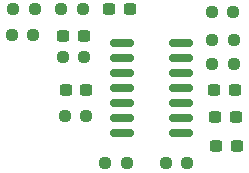
<source format=gbr>
%TF.GenerationSoftware,KiCad,Pcbnew,(6.0.4-0)*%
%TF.CreationDate,2022-05-03T23:28:53-04:00*%
%TF.ProjectId,antennaamp,616e7465-6e6e-4616-916d-702e6b696361,rev?*%
%TF.SameCoordinates,Original*%
%TF.FileFunction,Paste,Top*%
%TF.FilePolarity,Positive*%
%FSLAX46Y46*%
G04 Gerber Fmt 4.6, Leading zero omitted, Abs format (unit mm)*
G04 Created by KiCad (PCBNEW (6.0.4-0)) date 2022-05-03 23:28:53*
%MOMM*%
%LPD*%
G01*
G04 APERTURE LIST*
G04 Aperture macros list*
%AMRoundRect*
0 Rectangle with rounded corners*
0 $1 Rounding radius*
0 $2 $3 $4 $5 $6 $7 $8 $9 X,Y pos of 4 corners*
0 Add a 4 corners polygon primitive as box body*
4,1,4,$2,$3,$4,$5,$6,$7,$8,$9,$2,$3,0*
0 Add four circle primitives for the rounded corners*
1,1,$1+$1,$2,$3*
1,1,$1+$1,$4,$5*
1,1,$1+$1,$6,$7*
1,1,$1+$1,$8,$9*
0 Add four rect primitives between the rounded corners*
20,1,$1+$1,$2,$3,$4,$5,0*
20,1,$1+$1,$4,$5,$6,$7,0*
20,1,$1+$1,$6,$7,$8,$9,0*
20,1,$1+$1,$8,$9,$2,$3,0*%
G04 Aperture macros list end*
%ADD10RoundRect,0.237500X0.250000X0.237500X-0.250000X0.237500X-0.250000X-0.237500X0.250000X-0.237500X0*%
%ADD11RoundRect,0.150000X-0.825000X-0.150000X0.825000X-0.150000X0.825000X0.150000X-0.825000X0.150000X0*%
%ADD12RoundRect,0.237500X-0.250000X-0.237500X0.250000X-0.237500X0.250000X0.237500X-0.250000X0.237500X0*%
%ADD13RoundRect,0.237500X-0.300000X-0.237500X0.300000X-0.237500X0.300000X0.237500X-0.300000X0.237500X0*%
%ADD14RoundRect,0.237500X0.300000X0.237500X-0.300000X0.237500X-0.300000X-0.237500X0.300000X-0.237500X0*%
G04 APERTURE END LIST*
D10*
%TO.C,R1*%
X68112500Y-58025000D03*
X66287500Y-58025000D03*
%TD*%
D11*
%TO.C,U1*%
X75650000Y-58640000D03*
X75650000Y-59910000D03*
X75650000Y-61180000D03*
X75650000Y-62450000D03*
X75650000Y-63720000D03*
X75650000Y-64990000D03*
X75650000Y-66260000D03*
X80600000Y-66260000D03*
X80600000Y-64990000D03*
X80600000Y-63720000D03*
X80600000Y-62450000D03*
X80600000Y-61180000D03*
X80600000Y-59910000D03*
X80600000Y-58640000D03*
%TD*%
D12*
%TO.C,R10*%
X83287500Y-58400000D03*
X85112500Y-58400000D03*
%TD*%
%TO.C,R9*%
X83287500Y-60425000D03*
X85112500Y-60425000D03*
%TD*%
%TO.C,R8*%
X83237500Y-56050000D03*
X85062500Y-56050000D03*
%TD*%
D10*
%TO.C,R7*%
X79312500Y-68850000D03*
X81137500Y-68850000D03*
%TD*%
%TO.C,R6*%
X76050000Y-68825000D03*
X74225000Y-68825000D03*
%TD*%
%TO.C,R5*%
X72587500Y-64875000D03*
X70762500Y-64875000D03*
%TD*%
D12*
%TO.C,R4*%
X72450000Y-59850000D03*
X70625000Y-59850000D03*
%TD*%
D10*
%TO.C,R3*%
X72312500Y-55825000D03*
X70487500Y-55825000D03*
%TD*%
%TO.C,R2*%
X68225000Y-55800000D03*
X66400000Y-55800000D03*
%TD*%
D13*
%TO.C,C6*%
X83600000Y-67350000D03*
X85325000Y-67350000D03*
%TD*%
%TO.C,C5*%
X83537500Y-64975000D03*
X85262500Y-64975000D03*
%TD*%
%TO.C,C4*%
X74562500Y-55825000D03*
X76287500Y-55825000D03*
%TD*%
D14*
%TO.C,C3*%
X85162500Y-62650000D03*
X83437500Y-62650000D03*
%TD*%
D13*
%TO.C,C2*%
X72600000Y-62625000D03*
X70875000Y-62625000D03*
%TD*%
D14*
%TO.C,C1*%
X72375000Y-58075000D03*
X70650000Y-58075000D03*
%TD*%
M02*

</source>
